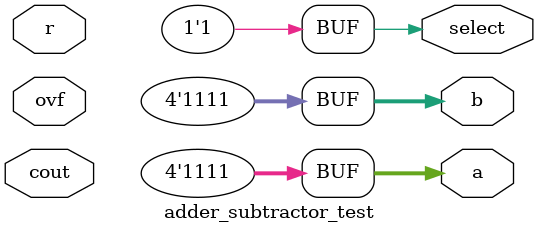
<source format=v>

module adder_subtractor_test(select, a, b, r, cout, ovf);

    output reg select;
    output reg [3:0] a, b;

    input [3:0] r;
    input cout, ovf;

    initial begin

        $monitor("a %b select %b\nb %b cout %b\nr %b ovf %b\n",
        a, select, b, cout, r, ovf);

        select = 0;
        a = 4'b0000;
        b = 4'b0000;

        #10

        a = 4'b0000;
        b = 4'b0001;

        #10

        a = 4'b0001;
        b = 4'b0000;

        #10

        a = 4'b0001;
        b = 4'b0001;

        #10

        a = 4'b0010;
        b = 4'b0001;

        #10

        a = 4'b0011;
        b = 4'b0001;

        #10

        a = 4'b0101;
        b = 4'b0111;

        #10

        a = 4'b1111;
        b = 4'b0001;

        #10

        a = 4'b1111;
        b = 4'b1111;

        #10

        select = 1;
        a = 4'b0000;
        b = 4'b0000;

        #10

        a = 4'b0001;
        b = 4'b0000;

        #10

        a = 4'b0001;
        b = 4'b0001;

        #10

        a = 4'b0010;
        b = 4'b0001;

        #10

        a = 4'b0011;
        b = 4'b0001;

        #10

        a = 4'b0111;
        b = 4'b0101;

        #10

        a = 4'b0000;
        b = 4'b0001;

        #10

        a = 4'b1101;
        b = 4'b0111;

        #10

        a = 4'b1111;
        b = 4'b1000;

        #10

        a = 4'b1111;
        b = 4'b1111;

    end

endmodule

module adder_subtractor_bench();

    wire select, cout, ovf;
    wire [3:0] a, b, r;

    adder_subtractor u(select, a, b, r, cout, ovf);

    adder_subtractor_test t(select, a, b, r, cout, ovf);

endmodule

</source>
